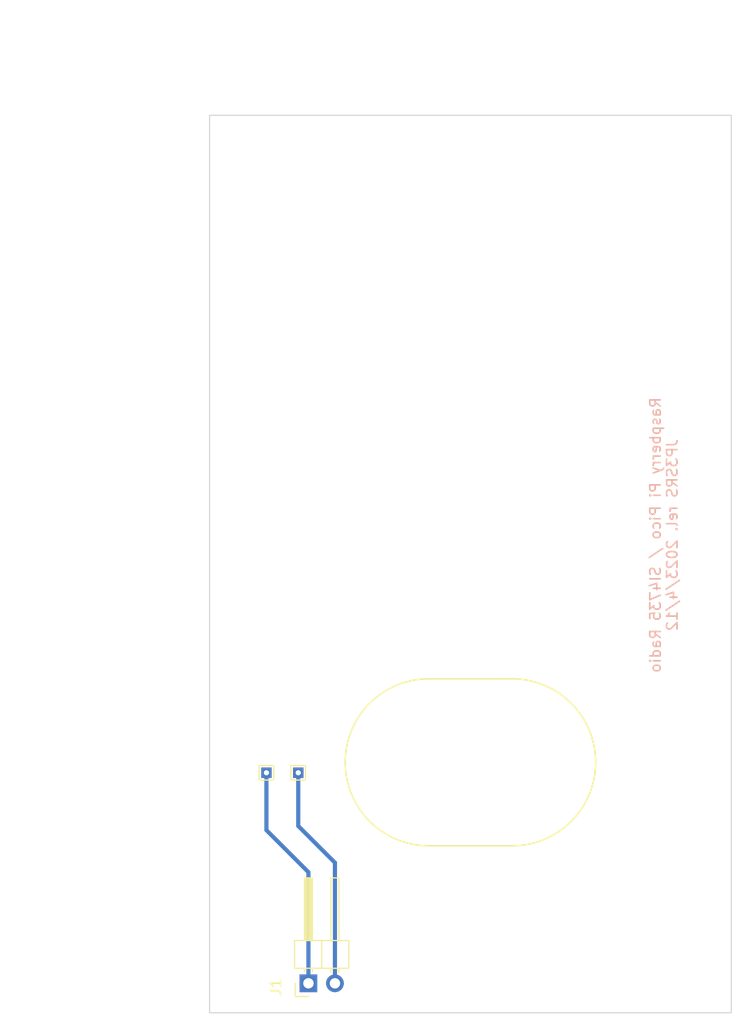
<source format=kicad_pcb>
(kicad_pcb (version 20221018) (generator pcbnew)
  (layers (0 "F.Cu" signal) (31 "B.Cu" signal) (34 "B.Paste" user) (35 "F.Paste" user) (36 "B.SilkS" user "B.Silkscreen") (37 "F.SilkS" user "F.Silkscreen") (38 "B.Mask" user) (39 "F.Mask" user) (44 "Edge.Cuts" user))
  (net 0 "")
  (net 1 "Net-(J1-Pin_1)")
  (net 2 "Net-(J1-Pin_2)")
  (footprint "TestPoint:TestPoint_THTPad_1.0x1.0mm_Drill0.5mm" (layer "F.Cu") (at 113.5 122 90)
    (fp_text reference "TP2" hide)
    (fp_text value "TestPoint" hide)
    (fp_line (start -0.7 -0.7) (end 0.7 -0.7) (stroke (width 0.12)) (layer "F.SilkS"))
    (fp_line (start -0.7 0.7) (end -0.7 -0.7) (stroke (width 0.12)) (layer "F.SilkS"))
    (fp_line (start 0.7 -0.7) (end 0.7 0.7) (stroke (width 0.12)) (layer "F.SilkS"))
    (fp_line (start 0.7 0.7) (end -0.7 0.7) (stroke (width 0.12)) (layer "F.SilkS"))
    (pad "1" thru_hole rect (at 0 0 90) (size 1 1) (drill 0.5) (layers "*.Cu" "*.Mask") (net 2 "Net-(J1-Pin_2)"))
  )
  (footprint "MountingHole:MountingHole_2.5mm" (layer "F.Cu") (at 133.5 116)
    (fp_text reference "H9" hide)
    (fp_text value "MountingHole" hide)
    (pad "" np_thru_hole circle (at 0 0) (size 2.5 2.5) (drill 2.5) (layers "*.Cu" "*.Mask"))
  )
  (footprint "MountingHole:MountingHole_2.5mm" (layer "F.Cu") (at 137 121)
    (fp_text reference "H11" hide)
    (fp_text value "MountingHole" hide)
    (pad "" np_thru_hole circle (at 0 0) (size 2.5 2.5) (drill 2.5) (layers "*.Cu" "*.Mask"))
  )
  (footprint "MountingHole:MountingHole_3.2mm_M3" (layer "F.Cu") (at 108 138.08)
    (fp_text reference "H4" hide)
    (fp_text value "MountingHole" hide)
    (pad "" np_thru_hole circle (at 0 0) (size 3.2 3.2) (drill 3.2) (layers "F&B.Cu" "*.Mask") (clearance 1.6))
  )
  (footprint "MountingHole:MountingHole_2.5mm" (layer "F.Cu") (at 126.5 126)
    (fp_text reference "H10" hide)
    (fp_text value "MountingHole" hide)
    (pad "" np_thru_hole circle (at 0 0) (size 2.5 2.5) (drill 2.5) (layers "*.Cu" "*.Mask"))
  )
  (footprint "MountingHole:MountingHole_2.5mm" (layer "F.Cu") (at 133.5 126)
    (fp_text reference "H8" hide)
    (fp_text value "MountingHole" hide)
    (pad "" np_thru_hole circle (at 0 0) (size 2.5 2.5) (drill 2.5) (layers "*.Cu" "*.Mask"))
  )
  (footprint "MountingHole:MountingHole_2.5mm" (layer "F.Cu") (at 130 121)
    (fp_text reference "H5" hide)
    (fp_text value "MountingHole" hide)
    (pad "" np_thru_hole circle (at 0 0) (size 2.5 2.5) (drill 2.5) (layers "*.Cu" "*.Mask"))
  )
  (footprint "TestPoint:TestPoint_THTPad_1.0x1.0mm_Drill0.5mm" (layer "F.Cu") (at 110.45 122 180)
    (fp_text reference "TP1" hide)
    (fp_text value "TestPoint" hide)
    (fp_line (start -0.7 -0.7) (end 0.7 -0.7) (stroke (width 0.12)) (layer "F.SilkS"))
    (fp_line (start -0.7 0.7) (end -0.7 -0.7) (stroke (width 0.12)) (layer "F.SilkS"))
    (fp_line (start 0.7 -0.7) (end 0.7 0.7) (stroke (width 0.12)) (layer "F.SilkS"))
    (fp_line (start 0.7 0.7) (end -0.7 0.7) (stroke (width 0.12)) (layer "F.SilkS"))
    (pad "1" thru_hole rect (at 0 0 180) (size 1 1) (drill 0.5) (layers "*.Cu" "*.Mask") (net 1 "Net-(J1-Pin_1)"))
  )
  (footprint "MountingHole:MountingHole_2.5mm" (layer "F.Cu") (at 126.5 116)
    (fp_text reference "H6" hide)
    (fp_text value "MountingHole" hide)
    (pad "" np_thru_hole circle (at 0 0) (size 2.5 2.5) (drill 2.5) (layers "*.Cu" "*.Mask"))
  )
  (footprint "MountingHole:MountingHole_3.2mm_M3" (layer "F.Cu") (at 152 62)
    (fp_text reference "H2" hide)
    (fp_text value "MountingHole" hide)
    (pad "" np_thru_hole circle (at 0 0) (size 3.2 3.2) (drill 3.2) (layers "*.Cu" "*.Mask"))
  )
  (footprint "Connector_PinHeader_2.54mm:PinHeader_1x02_P2.54mm_Horizontal" (layer "F.Cu") (at 114.475 142.175 90)
    (fp_text reference "J1" (at -0.375 -3.125 90) (layer "F.SilkS"))
    (fp_text value "Conn_01x02_Pin")
    (fp_line (start -1.27 -1.27) (end 0 -1.27) (stroke (width 0.12)) (layer "F.SilkS"))
    (fp_line (start -1.27 0) (end -1.27 -1.27) (stroke (width 0.12)) (layer "F.SilkS"))
    (fp_line (start 1.042929 2.16) (end 1.44 2.16) (stroke (width 0.12)) (layer "F.SilkS"))
    (fp_line (start 1.042929 2.92) (end 1.44 2.92) (stroke (width 0.12)) (layer "F.SilkS"))
    (fp_line (start 1.11 -0.38) (end 1.44 -0.38) (stroke (width 0.12)) (layer "F.SilkS"))
    (fp_line (start 1.11 0.38) (end 1.44 0.38) (stroke (width 0.12)) (layer "F.SilkS"))
    (fp_line (start 1.44 -1.33) (end 1.44 3.87) (stroke (width 0.12)) (layer "F.SilkS"))
    (fp_line (start 1.44 1.27) (end 4.1 1.27) (stroke (width 0.12)) (layer "F.SilkS"))
    (fp_line (start 1.44 3.87) (end 4.1 3.87) (stroke (width 0.12)) (layer "F.SilkS"))
    (fp_line (start 4.1 -1.33) (end 1.44 -1.33) (stroke (width 0.12)) (layer "F.SilkS"))
    (fp_line (start 4.1 -0.38) (end 10.1 -0.38) (stroke (width 0.12)) (layer "F.SilkS"))
    (fp_line (start 4.1 -0.32) (end 10.1 -0.32) (stroke (width 0.12)) (layer "F.SilkS"))
    (fp_line (start 4.1 -0.2) (end 10.1 -0.2) (stroke (width 0.12)) (layer "F.SilkS"))
    (fp_line (start 4.1 -0.08) (end 10.1 -0.08) (stroke (width 0.12)) (layer "F.SilkS"))
    (fp_line (start 4.1 0.04) (end 10.1 0.04) (stroke (width 0.12)) (layer "F.SilkS"))
    (fp_line (start 4.1 0.16) (end 10.1 0.16) (stroke (width 0.12)) (layer "F.SilkS"))
    (fp_line (start 4.1 0.28) (end 10.1 0.28) (stroke (width 0.12)) (layer "F.SilkS"))
    (fp_line (start 4.1 2.16) (end 10.1 2.16) (stroke (width 0.12)) (layer "F.SilkS"))
    (fp_line (start 4.1 3.87) (end 4.1 -1.33) (stroke (width 0.12)) (layer "F.SilkS"))
    (fp_line (start 10.1 -0.38) (end 10.1 0.38) (stroke (width 0.12)) (layer "F.SilkS"))
    (fp_line (start 10.1 0.38) (end 4.1 0.38) (stroke (width 0.12)) (layer "F.SilkS"))
    (fp_line (start 10.1 2.16) (end 10.1 2.92) (stroke (width 0.12)) (layer "F.SilkS"))
    (fp_line (start 10.1 2.92) (end 4.1 2.92) (stroke (width 0.12)) (layer "F.SilkS"))
    (pad "1" thru_hole rect (at 0 0 90) (size 1.7 1.7) (drill 1) (layers "*.Cu" "*.Mask") (net 1 "Net-(J1-Pin_1)"))
    (pad "2" thru_hole oval (at 0 2.54 90) (size 1.7 1.7) (drill 1) (layers "*.Cu" "*.Mask") (net 2 "Net-(J1-Pin_2)"))
  )
  (footprint "MountingHole:MountingHole_3.2mm_M3" (layer "F.Cu") (at 108 62)
    (fp_text reference "H1" hide)
    (fp_text value "MountingHole" hide)
    (pad "" np_thru_hole circle (at 0 0) (size 3.2 3.2) (drill 3.2) (layers "*.Cu" "*.Mask"))
  )
  (footprint "MountingHole:MountingHole_3.2mm_M3" (layer "F.Cu") (at 152 138.08)
    (fp_text reference "H3" hide)
    (fp_text value "MountingHole" hide)
    (pad "" np_thru_hole circle (at 0 0) (size 3.2 3.2) (drill 3.2) (layers "*.Cu" "*.Mask"))
  )
  (footprint "MountingHole:MountingHole_2.5mm" (layer "F.Cu") (at 123 121)
    (fp_text reference "H7" hide)
    (fp_text value "MountingHole" hide)
    (pad "" np_thru_hole circle (at 0 0) (size 2.5 2.5) (drill 2.5) (layers "*.Cu" "*.Mask"))
  )
  (gr_line (start 134 113) (end 126 113) (stroke (width 0.15)) (layer "F.SilkS"))
  (gr_arc (start 134 113) (mid 142 121) (end 134 129) (stroke (width 0.15)) (layer "F.SilkS"))
  (gr_line (start 126 129) (end 134 129) (stroke (width 0.15)) (layer "F.SilkS"))
  (gr_arc (start 126 129) (mid 118 121) (end 126 113) (stroke (width 0.15)) (layer "F.SilkS"))
  (gr_rect (start 105 59) (end 155 145) (stroke (width 0.1)) (fill none) (layer "Edge.Cuts"))
  (gr_text "Raspberry Pi Pico / SI4735 Radio\nJP3SRS rel. 2023/4/12" (at 149.925 99.225 90) (layer "B.SilkS") (effects (font (size 1 1)) (justify bottom mirror)))
  (segment (start 114.475 142.175) (end 114.475 131.525) (width 0.4) (layer "B.Cu") (net 1))
  (segment (start 114.475 131.525) (end 110.45 127.5) (width 0.4) (layer "B.Cu") (net 1))
  (segment (start 110.45 127.5) (end 110.45 122) (width 0.4) (layer "B.Cu") (net 1))
  (segment (start 113.5 127.1) (end 113.5 122) (width 0.4) (layer "B.Cu") (net 2))
  (segment (start 117.015 142.175) (end 117.015 130.615) (width 0.4) (layer "B.Cu") (net 2))
  (segment (start 117.015 130.615) (end 113.5 127.1) (width 0.4) (layer "B.Cu") (net 2))
)
</source>
